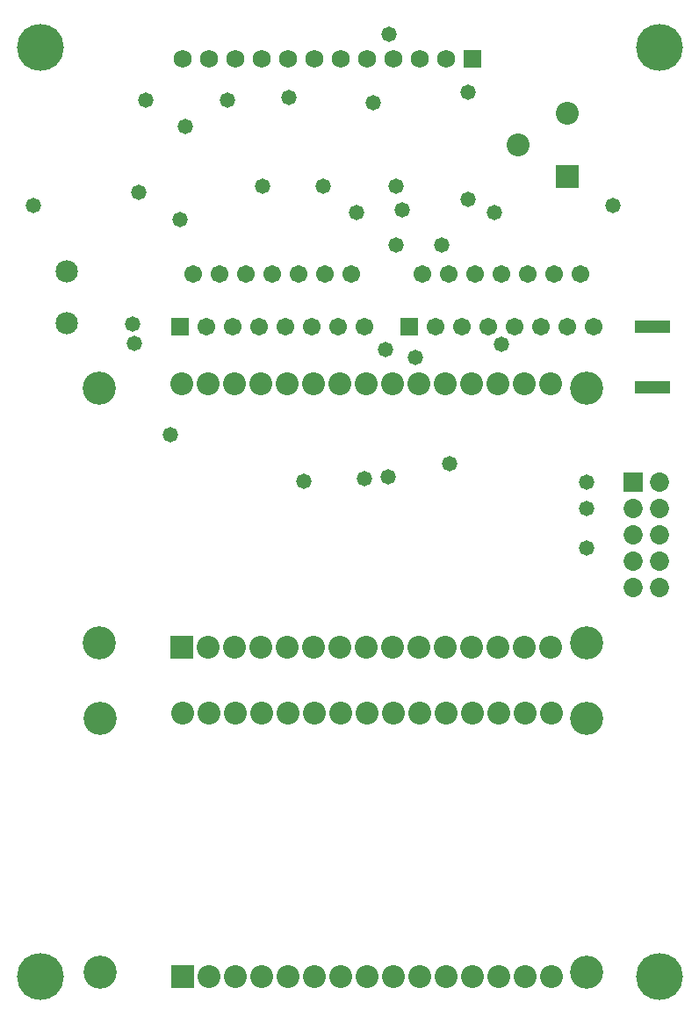
<source format=gbs>
G04*
G04 #@! TF.GenerationSoftware,Altium Limited,Altium Designer,24.3.1 (35)*
G04*
G04 Layer_Color=16711935*
%FSLAX25Y25*%
%MOIN*%
G70*
G04*
G04 #@! TF.SameCoordinates,59408384-AF90-41EA-90E0-151A5B2CE245*
G04*
G04*
G04 #@! TF.FilePolarity,Negative*
G04*
G01*
G75*
%ADD38C,0.06800*%
%ADD39R,0.06800X0.06800*%
%ADD40C,0.12611*%
%ADD41C,0.08674*%
%ADD42R,0.08674X0.08674*%
%ADD43C,0.07296*%
%ADD44R,0.07296X0.07296*%
%ADD45R,0.06706X0.06706*%
%ADD46C,0.06706*%
%ADD47C,0.08477*%
%ADD48C,0.05800*%
%ADD49C,0.17800*%
%ADD67R,0.13595X0.04934*%
D38*
X149073Y450555D02*
D03*
X159073D02*
D03*
X169073D02*
D03*
X179073D02*
D03*
X189073D02*
D03*
X199073D02*
D03*
X209073D02*
D03*
X219073D02*
D03*
X229073D02*
D03*
X239073D02*
D03*
X249073D02*
D03*
D39*
X259073D02*
D03*
D40*
X117579Y229153D02*
D03*
Y325650D02*
D03*
X302421D02*
D03*
Y229153D02*
D03*
X117657Y104004D02*
D03*
Y200500D02*
D03*
X302500D02*
D03*
Y104004D02*
D03*
D41*
X288917Y327500D02*
D03*
X278917D02*
D03*
X268917D02*
D03*
X258917D02*
D03*
X248917D02*
D03*
X238917D02*
D03*
X228917D02*
D03*
X218917D02*
D03*
X208917D02*
D03*
X198917D02*
D03*
X188917D02*
D03*
X178917D02*
D03*
X168917D02*
D03*
X158917D02*
D03*
X148917D02*
D03*
X288917Y227500D02*
D03*
X278917D02*
D03*
X268917D02*
D03*
X258917D02*
D03*
X248917D02*
D03*
X238917D02*
D03*
X228917D02*
D03*
X218917D02*
D03*
X208917D02*
D03*
X198917D02*
D03*
X188917D02*
D03*
X178917D02*
D03*
X168917D02*
D03*
X158917D02*
D03*
X288996Y202350D02*
D03*
X278996D02*
D03*
X268996D02*
D03*
X258996D02*
D03*
X248996D02*
D03*
X238996D02*
D03*
X228996D02*
D03*
X218996D02*
D03*
X208996D02*
D03*
X198996D02*
D03*
X188996D02*
D03*
X178996D02*
D03*
X168996D02*
D03*
X158996D02*
D03*
X148996D02*
D03*
X288996Y102350D02*
D03*
X278996D02*
D03*
X268996D02*
D03*
X258996D02*
D03*
X248996D02*
D03*
X238996D02*
D03*
X228996D02*
D03*
X218996D02*
D03*
X208996D02*
D03*
X198996D02*
D03*
X188996D02*
D03*
X178996D02*
D03*
X168996D02*
D03*
X158996D02*
D03*
X295000Y430000D02*
D03*
X276500Y418000D02*
D03*
D42*
X148917Y227500D02*
D03*
X148996Y102350D02*
D03*
X295000Y406000D02*
D03*
D43*
X330000Y270000D02*
D03*
Y250000D02*
D03*
X320000D02*
D03*
X330000Y260000D02*
D03*
X320000D02*
D03*
Y270000D02*
D03*
X330000Y280000D02*
D03*
X320000D02*
D03*
X330000Y290000D02*
D03*
D44*
X320000D02*
D03*
D45*
X235000Y349000D02*
D03*
X148000D02*
D03*
D46*
X240000Y369000D02*
D03*
X245000Y349000D02*
D03*
X250000Y369000D02*
D03*
X255000Y349000D02*
D03*
X260000Y369000D02*
D03*
X265000Y349000D02*
D03*
X270000Y369000D02*
D03*
X275000Y349000D02*
D03*
X280000Y369000D02*
D03*
X285000Y349000D02*
D03*
X290000Y369000D02*
D03*
X295000Y349000D02*
D03*
X300000Y369000D02*
D03*
X305000Y349000D02*
D03*
X218000D02*
D03*
X213000Y369000D02*
D03*
X208000Y349000D02*
D03*
X203000Y369000D02*
D03*
X198000Y349000D02*
D03*
X193000Y369000D02*
D03*
X188000Y349000D02*
D03*
X183000Y369000D02*
D03*
X178000Y349000D02*
D03*
X173000Y369000D02*
D03*
X168000Y349000D02*
D03*
X163000Y369000D02*
D03*
X158000Y349000D02*
D03*
X153000Y369000D02*
D03*
D47*
X105000Y350315D02*
D03*
Y370000D02*
D03*
D48*
X221553Y434053D02*
D03*
X179500Y402500D02*
D03*
X147947Y389553D02*
D03*
X226005Y340495D02*
D03*
X230000Y380000D02*
D03*
X215000Y392500D02*
D03*
X247500Y380000D02*
D03*
X257500Y438000D02*
D03*
X227596Y460000D02*
D03*
X230000Y402500D02*
D03*
X232500Y393500D02*
D03*
X267500Y392500D02*
D03*
X270000Y342500D02*
D03*
X237500Y337500D02*
D03*
X135000Y435000D02*
D03*
X257500Y397500D02*
D03*
X166000Y435000D02*
D03*
X189500Y436000D02*
D03*
X130692Y342809D02*
D03*
X144500Y308000D02*
D03*
X218000Y291500D02*
D03*
X195000Y290500D02*
D03*
X250500Y297000D02*
D03*
X302500Y280000D02*
D03*
Y290000D02*
D03*
X226995Y291995D02*
D03*
X302500Y265000D02*
D03*
X202500Y402500D02*
D03*
X312500Y395000D02*
D03*
X130000Y350000D02*
D03*
X132500Y400000D02*
D03*
X150000Y425000D02*
D03*
X92500Y395000D02*
D03*
D49*
X330000Y102500D02*
D03*
Y455000D02*
D03*
X95000D02*
D03*
Y102500D02*
D03*
D67*
X327500Y326083D02*
D03*
Y348917D02*
D03*
M02*

</source>
